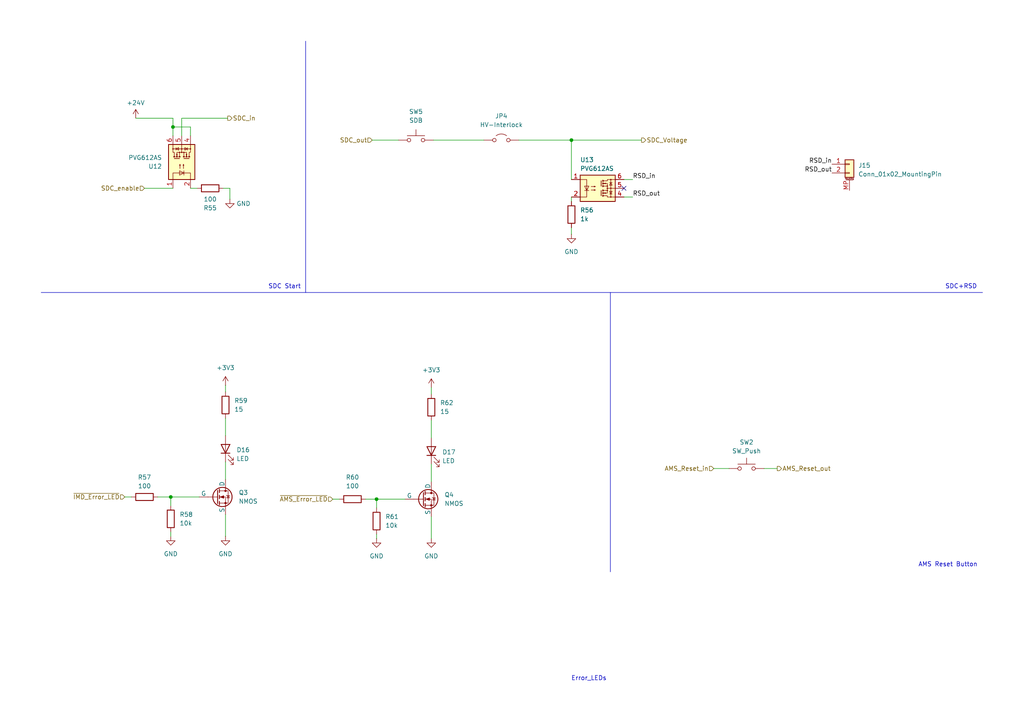
<source format=kicad_sch>
(kicad_sch (version 20231120) (generator "eeschema") (generator_version "8.0")
  (paper "A4")
  (lib_symbols
    (symbol "Connector_Generic_MountingPin:Conn_01x02_MountingPin" (pin_names (offset 1.016) hide)
      (property "Reference" "J" (at 0 2.54 0))
      (property "Value" "Conn_01x02_MountingPin" (at 1.27 -5.08 0))
      (symbol "Conn_01x02_MountingPin_1_1"
        (rectangle (start -1.27 -2.413) (end 0 -2.667) (stroke (width 0.1524)))
        (rectangle (start -1.27 0.127) (end 0 -0.127) (stroke (width 0.1524)))
        (rectangle (start -1.27 1.27) (end 1.27 -3.81) (stroke (width 0.254)) (fill (type background)))
        (polyline (pts (xy -1.016 -4.572) (xy 1.016 -4.572)) (stroke (width 0.1524)))
        (text "Mounting" (at 0 -4.191 0) (effects (font (size 0.381 0.381))))
        (pin passive line (at -5.08 0 0) (length 3.81) (name "Pin_1") (number "1"))
        (pin passive line (at -5.08 -2.54 0) (length 3.81) (name "Pin_2") (number "2"))
        (pin passive line (at 0 -7.62 90) (length 3.048) (name "MountPin") (number "MP"))
      )
    )
    (symbol "Device:LED" (pin_numbers hide) (pin_names (offset 1.016) hide)
      (property "Reference" "D" (at 0 2.54 0))
      (property "Value" "LED" (at 0 -2.54 0))
      (symbol "LED_0_1"
        (polyline (pts (xy -1.27 -1.27) (xy -1.27 1.27)) (stroke (width 0.254)))
        (polyline (pts (xy -1.27 0) (xy 1.27 0)))
        (polyline (pts (xy 1.27 -1.27) (xy 1.27 1.27) (xy -1.27 0) (xy 1.27 -1.27)) (stroke (width 0.254)))
        (polyline (pts (xy -3.048 -0.762) (xy -4.572 -2.286) (xy -3.81 -2.286) (xy -4.572 -2.286) (xy -4.572 -1.524)))
        (polyline (pts (xy -1.778 -0.762) (xy -3.302 -2.286) (xy -2.54 -2.286) (xy -3.302 -2.286) (xy -3.302 -1.524)))
      )
      (symbol "LED_1_1"
        (pin passive line (at -3.81 0 0) (length 2.54) (name "K") (number "1"))
        (pin passive line (at 3.81 0 180) (length 2.54) (name "A") (number "2"))
      )
    )
    (symbol "Device:R" (pin_numbers hide) (pin_names (offset 0))
      (property "Reference" "R" (at 2.032 0 90))
      (property "Value" "R" (at 0 0 90))
      (symbol "R_0_1"
        (rectangle (start -1.016 -2.54) (end 1.016 2.54) (stroke (width 0.254)))
      )
      (symbol "R_1_1"
        (pin passive line (at 0 3.81 270) (length 1.27) (name "~") (number "1"))
        (pin passive line (at 0 -3.81 90) (length 1.27) (name "~") (number "2"))
      )
    )
    (symbol "FaSTTUBe_Power-Switches:PVG612AS"
      (property "Reference" "U" (at -3.81 5.08 0))
      (property "Value" "PVG612AS" (at 0 -5.08 0))
      (symbol "PVG612AS_0_1"
        (rectangle (start -5.08 3.81) (end 5.08 -3.81) (stroke (width 0.254)) (fill (type background)))
        (polyline (pts (xy -3.81 -0.635) (xy -2.54 -0.635)))
        (polyline (pts (xy 1.016 -0.635) (xy 1.016 -2.159)) (stroke (width 0.2032)))
        (polyline (pts (xy 1.016 2.159) (xy 1.016 0.635)) (stroke (width 0.2032)))
        (polyline (pts (xy 1.524 -0.508) (xy 1.524 -0.762)) (stroke (width 0.3556)))
        (polyline (pts (xy 2.794 0) (xy 5.08 0)))
        (polyline (pts (xy 3.429 -1.651) (xy 4.191 -1.651)))
        (polyline (pts (xy 3.429 1.651) (xy 4.191 1.651)))
        (polyline (pts (xy 3.81 -2.54) (xy 3.81 2.54)))
        (polyline (pts (xy 1.524 -2.032) (xy 1.524 -2.286) (xy 1.524 -2.286)) (stroke (width 0.3556)))
        (polyline (pts (xy 1.524 -1.27) (xy 1.524 -1.524) (xy 1.524 -1.524)) (stroke (width 0.3556)))
        (polyline (pts (xy 1.524 0.762) (xy 1.524 0.508) (xy 1.524 0.508)) (stroke (width 0.3556)))
        (polyline (pts (xy 1.524 1.524) (xy 1.524 1.27) (xy 1.524 1.27)) (stroke (width 0.3556)))
        (polyline (pts (xy 1.524 2.286) (xy 1.524 2.032) (xy 1.524 2.032)) (stroke (width 0.3556)))
        (polyline (pts (xy 1.651 -1.397) (xy 2.794 -1.397) (xy 2.794 -0.635)))
        (polyline (pts (xy 1.651 1.397) (xy 2.794 1.397) (xy 2.794 0.635)))
        (polyline (pts (xy -5.08 2.54) (xy -3.175 2.54) (xy -3.175 -2.54) (xy -5.08 -2.54)))
        (polyline (pts (xy -3.175 -0.635) (xy -3.81 0.635) (xy -2.54 0.635) (xy -3.175 -0.635)))
        (polyline (pts (xy 1.651 -2.159) (xy 2.794 -2.159) (xy 2.794 -2.54) (xy 5.08 -2.54)))
        (polyline (pts (xy 1.651 -0.635) (xy 2.794 -0.635) (xy 2.794 0.635) (xy 1.651 0.635)))
        (polyline (pts (xy 1.651 2.159) (xy 2.794 2.159) (xy 2.794 2.54) (xy 5.08 2.54)))
        (polyline (pts (xy 1.778 -1.397) (xy 2.286 -1.27) (xy 2.286 -1.524) (xy 1.778 -1.397)))
        (polyline (pts (xy 1.778 1.397) (xy 2.286 1.524) (xy 2.286 1.27) (xy 1.778 1.397)))
        (polyline (pts (xy 3.81 -1.651) (xy 3.429 -0.889) (xy 4.191 -0.889) (xy 3.81 -1.651)))
        (polyline (pts (xy 3.81 1.651) (xy 3.429 0.889) (xy 4.191 0.889) (xy 3.81 1.651)))
        (polyline (pts (xy -1.905 -0.508) (xy -0.635 -0.508) (xy -1.016 -0.635) (xy -1.016 -0.381) (xy -0.635 -0.508)))
        (polyline (pts (xy -1.905 0.508) (xy -0.635 0.508) (xy -1.016 0.381) (xy -1.016 0.635) (xy -0.635 0.508)))
        (circle (center 2.794 -0.635) (radius 0.127))
        (circle (center 2.794 0) (radius 0.127))
        (circle (center 2.794 0.635) (radius 0.127))
        (circle (center 3.81 -2.54) (radius 0.127))
        (circle (center 3.81 0) (radius 0.127))
        (circle (center 3.81 2.54) (radius 0.127))
      )
      (symbol "PVG612AS_1_1"
        (pin passive line (at -7.62 2.54 0) (length 2.54) (name "~") (number "1"))
        (pin passive line (at -7.62 -2.54 0) (length 2.54) (name "~") (number "2"))
        (pin no_connect line (at -5.08 0 0) (length 2.54) hide (name "~") (number "3"))
        (pin passive line (at 7.62 -2.54 180) (length 2.54) (name "~") (number "4"))
        (pin passive line (at 7.62 0 180) (length 2.54) (name "~") (number "5"))
        (pin passive line (at 7.62 2.54 180) (length 2.54) (name "~") (number "6"))
      )
    )
    (symbol "Jumper:Jumper_2_Open" (pin_numbers hide) (pin_names (offset 0) hide) (exclude_from_sim yes)
      (property "Reference" "JP" (at 0 2.794 0))
      (property "Value" "Jumper_2_Open" (at 0 -2.286 0))
      (symbol "Jumper_2_Open_0_0"
        (circle (center -2.032 0) (radius 0.508))
        (circle (center 2.032 0) (radius 0.508))
      )
      (symbol "Jumper_2_Open_0_1"
        (arc (start 1.524 1.27) (mid 0 1.778) (end -1.524 1.27))
      )
      (symbol "Jumper_2_Open_1_1"
        (pin passive line (at -5.08 0 0) (length 2.54) (name "A") (number "1"))
        (pin passive line (at 5.08 0 180) (length 2.54) (name "B") (number "2"))
      )
    )
    (symbol "Simulation_SPICE:NMOS" (pin_numbers hide) (pin_names (offset 0))
      (property "Reference" "Q" (at 5.08 1.27 0))
      (property "Value" "NMOS" (at 5.08 -1.27 0))
      (symbol "NMOS_0_1"
        (polyline (pts (xy 0.254 0) (xy -2.54 0)))
        (polyline (pts (xy 0.254 1.905) (xy 0.254 -1.905)) (stroke (width 0.254)))
        (polyline (pts (xy 0.762 -1.27) (xy 0.762 -2.286)) (stroke (width 0.254)))
        (polyline (pts (xy 0.762 0.508) (xy 0.762 -0.508)) (stroke (width 0.254)))
        (polyline (pts (xy 0.762 2.286) (xy 0.762 1.27)) (stroke (width 0.254)))
        (polyline (pts (xy 2.54 2.54) (xy 2.54 1.778)))
        (polyline (pts (xy 2.54 -2.54) (xy 2.54 0) (xy 0.762 0)))
        (polyline (pts (xy 0.762 -1.778) (xy 3.302 -1.778) (xy 3.302 1.778) (xy 0.762 1.778)))
        (polyline (pts (xy 1.016 0) (xy 2.032 0.381) (xy 2.032 -0.381) (xy 1.016 0)) (fill (type outline)))
        (polyline (pts (xy 2.794 0.508) (xy 2.921 0.381) (xy 3.683 0.381) (xy 3.81 0.254)))
        (polyline (pts (xy 3.302 0.381) (xy 2.921 -0.254) (xy 3.683 -0.254) (xy 3.302 0.381)))
        (circle (center 1.651 0) (radius 2.794) (stroke (width 0.254)))
        (circle (center 2.54 -1.778) (radius 0.254) (fill (type outline)))
        (circle (center 2.54 1.778) (radius 0.254) (fill (type outline)))
      )
      (symbol "NMOS_1_1"
        (pin passive line (at 2.54 5.08 270) (length 2.54) (name "D") (number "1"))
        (pin input line (at -5.08 0 0) (length 2.54) (name "G") (number "2"))
        (pin passive line (at 2.54 -5.08 90) (length 2.54) (name "S") (number "3"))
      )
    )
    (symbol "Switch:SW_Push" (pin_numbers hide) (pin_names (offset 1.016) hide)
      (property "Reference" "SW" (at 1.27 2.54 0))
      (property "Value" "SW_Push" (at 0 -1.524 0))
      (symbol "SW_Push_0_1"
        (circle (center -2.032 0) (radius 0.508))
        (polyline (pts (xy 0 1.27) (xy 0 3.048)))
        (polyline (pts (xy 2.54 1.27) (xy -2.54 1.27)))
        (circle (center 2.032 0) (radius 0.508))
        (pin passive line (at -5.08 0 0) (length 2.54) (name "1") (number "1"))
        (pin passive line (at 5.08 0 180) (length 2.54) (name "2") (number "2"))
      )
    )
    (symbol "power:+24V" (power) (pin_numbers hide) (pin_names (offset 0) hide)
      (property "Value" "+24V" (at 0 3.556 0))
      (symbol "+24V_0_1"
        (polyline (pts (xy -0.762 1.27) (xy 0 2.54)))
        (polyline (pts (xy 0 0) (xy 0 2.54)))
        (polyline (pts (xy 0 2.54) (xy 0.762 1.27)))
      )
      (symbol "+24V_1_1"
        (pin power_in line (at 0 0 90) (length 0) (name "~") (number "1"))
      )
    )
    (symbol "power:+3V3" (power) (pin_numbers hide) (pin_names (offset 0) hide)
      (property "Value" "+3V3" (at 0 3.556 0))
      (symbol "+3V3_0_1"
        (polyline (pts (xy -0.762 1.27) (xy 0 2.54)))
        (polyline (pts (xy 0 0) (xy 0 2.54)))
        (polyline (pts (xy 0 2.54) (xy 0.762 1.27)))
      )
      (symbol "+3V3_1_1"
        (pin power_in line (at 0 0 90) (length 0) (name "~") (number "1"))
      )
    )
    (symbol "power:GND" (power) (pin_numbers hide) (pin_names (offset 0) hide)
      (property "Value" "GND" (at 0 -3.81 0))
      (symbol "GND_0_1"
        (polyline (pts (xy 0 0) (xy 0 -1.27) (xy 1.27 -1.27) (xy 0 -2.54) (xy -1.27 -1.27) (xy 0 -1.27)))
      )
      (symbol "GND_1_1"
        (pin power_in line (at 0 0 270) (length 0) (name "~") (number "1"))
      )
    )
  )
  (junction (at 50.165 36.83))
  (junction (at 165.735 40.64))
  (junction (at 109.22 144.78))
  (junction (at 49.53 144.145))
  (no_connect (at 180.975 54.61))
  (wire (pts (xy 221.615 135.89) (xy 225.425 135.89)))
  (wire (pts (xy 36.195 144.145) (xy 38.1 144.145)))
  (wire (pts (xy 96.52 144.78) (xy 98.425 144.78)))
  (wire (pts (xy 207.01 135.89) (xy 211.455 135.89)))
  (wire (pts (xy 65.405 149.225) (xy 65.405 155.575)))
  (wire (pts (xy 39.37 34.29) (xy 50.165 34.29)))
  (wire (pts (xy 55.245 39.37) (xy 55.245 36.83)))
  (wire (pts (xy 109.22 144.78) (xy 109.22 147.32)))
  (wire (pts (xy 64.77 54.61) (xy 66.675 54.61)))
  (wire (pts (xy 183.515 52.07) (xy 180.975 52.07)))
  (wire (pts (xy 107.95 40.64) (xy 115.57 40.64)))
  (wire (pts (xy 125.095 149.86) (xy 125.095 156.21)))
  (polyline (pts (xy 88.646 11.938) (xy 88.646 84.836)))
  (wire (pts (xy 180.975 57.15) (xy 183.515 57.15)))
  (wire (pts (xy 50.165 39.37) (xy 50.165 36.83)))
  (polyline (pts (xy 11.938 84.836) (xy 284.988 84.836)))
  (wire (pts (xy 125.095 134.62) (xy 125.095 139.7)))
  (wire (pts (xy 106.045 144.78) (xy 109.22 144.78)))
  (wire (pts (xy 165.735 40.64) (xy 186.055 40.64)))
  (wire (pts (xy 165.735 66.04) (xy 165.735 67.945)))
  (wire (pts (xy 165.735 57.15) (xy 165.735 58.42)))
  (wire (pts (xy 165.735 40.64) (xy 165.735 52.07)))
  (wire (pts (xy 125.095 112.395) (xy 125.095 114.3)))
  (wire (pts (xy 49.53 144.145) (xy 57.785 144.145)))
  (wire (pts (xy 45.72 144.145) (xy 49.53 144.145)))
  (wire (pts (xy 41.91 54.61) (xy 50.165 54.61)))
  (wire (pts (xy 65.405 111.76) (xy 65.405 113.665)))
  (wire (pts (xy 65.405 121.285) (xy 65.405 126.365)))
  (wire (pts (xy 66.675 54.61) (xy 66.675 57.785)))
  (wire (pts (xy 50.165 36.83) (xy 55.245 36.83)))
  (polyline (pts (xy 177.038 84.836) (xy 177.038 165.862)))
  (wire (pts (xy 52.705 34.29) (xy 66.04 34.29)))
  (wire (pts (xy 49.53 144.145) (xy 49.53 146.685)))
  (wire (pts (xy 52.705 39.37) (xy 52.705 34.29)))
  (wire (pts (xy 150.495 40.64) (xy 165.735 40.64)))
  (wire (pts (xy 125.73 40.64) (xy 140.335 40.64)))
  (wire (pts (xy 50.165 36.83) (xy 50.165 34.29)))
  (wire (pts (xy 55.245 54.61) (xy 57.15 54.61)))
  (wire (pts (xy 125.095 121.92) (xy 125.095 127)))
  (wire (pts (xy 109.22 144.78) (xy 117.475 144.78)))
  (wire (pts (xy 109.22 156.21) (xy 109.22 154.94)))
  (wire (pts (xy 49.53 155.575) (xy 49.53 154.305)))
  (wire (pts (xy 65.405 133.985) (xy 65.405 139.065)))
  (text "AMS Reset Button" (at 274.955 163.83 0) (effects (font (size 1.27 1.27))))
  (text "Error_LEDs" (at 170.815 196.85 0) (effects (font (size 1.27 1.27))))
  (text "SDC+RSD" (at 278.765 83.185 0) (effects (font (size 1.27 1.27))))
  (text "SDC Start" (at 82.55 83.185 0) (effects (font (size 1.27 1.27))))
  (label "RSD_out" (at 241.3 50.165 180))
  (label "RSD_in" (at 183.515 52.07 0))
  (label "RSD_out" (at 183.515 57.15 0))
  (label "RSD_in" (at 241.3 47.625 180))
  (hierarchical_label "SDC_out" (shape input) (at 107.95 40.64 180))
  (hierarchical_label "~{AMS_Error_LED}" (shape input) (at 96.52 144.78 180))
  (hierarchical_label "~{IMD_Error_LED}" (shape input) (at 36.195 144.145 180))
  (hierarchical_label "SDC_in" (shape output) (at 66.04 34.29 0))
  (hierarchical_label "AMS_Reset_in" (shape input) (at 207.01 135.89 180))
  (hierarchical_label "SDC_enable" (shape input) (at 41.91 54.61 180))
  (hierarchical_label "SDC_Voltage" (shape output) (at 186.055 40.64 0))
  (hierarchical_label "AMS_Reset_out" (shape output) (at 225.425 135.89 0))
  (symbol (lib_id "Device:R") (at 125.095 118.11 180) (unit 1)
    (property "Reference" "R62" (at 127.635 116.8399 0) (effects (justify right)))
    (property "Value" "15" (at 127.635 119.3799 0) (effects (justify right)))
    (property "Footprint" "Resistor_SMD:R_1206_3216Metric" (effects (hide yes)))
    (property "Datasheet" "CRGCQ1206F15R" (effects (hide yes)))
    (property "Description" "Resistor" (effects (hide yes)))
  )
  (symbol (lib_id "Device:R") (at 41.91 144.145 270) (unit 1)
    (property "Reference" "R57" (at 41.91 138.43 90))
    (property "Value" "100" (at 41.91 140.97 90))
    (property "Footprint" "Resistor_SMD:R_0603_1608Metric" (effects (hide yes)))
    (property "Description" "Resistor" (effects (hide yes)))
  )
  (symbol (lib_id "Device:R") (at 49.53 150.495 180) (unit 1)
    (property "Reference" "R58" (at 52.07 149.2249 0) (effects (justify right)))
    (property "Value" "10k" (at 52.07 151.7649 0) (effects (justify right)))
    (property "Footprint" "Resistor_SMD:R_0603_1608Metric" (effects (hide yes)))
    (property "Description" "Resistor" (effects (hide yes)))
  )
  (symbol (lib_id "power:GND") (at 66.675 57.785 0) (mirror y) (unit 1)
    (property "Reference" "#PWR0118" (effects (hide yes)))
    (property "Value" "GND" (at 68.58 59.0549 0) (effects (justify right)))
    (property "Description" "Power symbol creates a global label with name \"GND\" , ground" (effects (hide yes)))
  )
  (symbol (lib_id "power:GND") (at 109.22 156.21 0) (unit 1)
    (property "Reference" "#PWR0123" (effects (hide yes)))
    (property "Value" "GND" (at 109.22 161.29 0))
    (property "Description" "Power symbol creates a global label with name \"GND\" , ground" (effects (hide yes)))
  )
  (symbol (lib_id "Device:R") (at 65.405 117.475 180) (unit 1)
    (property "Reference" "R59" (at 67.945 116.2049 0) (effects (justify right)))
    (property "Value" "15" (at 67.945 118.7449 0) (effects (justify right)))
    (property "Footprint" "Resistor_SMD:R_1206_3216Metric" (effects (hide yes)))
    (property "Datasheet" "CRGCQ1206F15R" (effects (hide yes)))
    (property "Description" "Resistor" (effects (hide yes)))
  )
  (symbol (lib_id "Device:R") (at 165.735 62.23 180) (unit 1)
    (property "Reference" "R56" (at 168.275 60.9599 0) (effects (justify right)))
    (property "Value" "1k" (at 168.275 63.4999 0) (effects (justify right)))
    (property "Footprint" "Resistor_SMD:R_1206_3216Metric" (effects (hide yes)))
    (property "Datasheet" "CHP1206-FX-1001ELF" (effects (hide yes)))
    (property "Description" "Resistor" (effects (hide yes)))
  )
  (symbol (lib_id "power:+3V3") (at 65.405 111.76 0) (unit 1)
    (property "Reference" "#PWR0121" (effects (hide yes)))
    (property "Value" "+3V3" (at 65.405 106.68 0))
    (property "Description" "Power symbol creates a global label with name \"+3V3\"" (effects (hide yes)))
  )
  (symbol (lib_id "Simulation_SPICE:NMOS") (at 62.865 144.145 0) (unit 1)
    (property "Reference" "Q3" (at 69.215 142.8749 0) (effects (justify left)))
    (property "Value" "NMOS" (at 69.215 145.4149 0) (effects (justify left)))
    (property "Datasheet" "https://ngspice.sourceforge.io/docs/ngspice-html-manual/manual.xhtml#cha_MOSFETs" (effects (hide yes)))
    (property "Description" "N-MOSFET transistor, drain/source/gate" (effects (hide yes)))
    (property "Sim.Device" "NMOS" (effects (hide yes)))
    (property "Sim.Type" "VDMOS" (effects (hide yes)))
    (property "Sim.Pins" "1=D 2=G 3=S" (effects (hide yes)))
  )
  (symbol (lib_id "Device:R") (at 102.235 144.78 270) (unit 1)
    (property "Reference" "R60" (at 102.235 138.43 90))
    (property "Value" "100" (at 102.235 140.97 90))
    (property "Footprint" "Resistor_SMD:R_0603_1608Metric" (effects (hide yes)))
    (property "Description" "Resistor" (effects (hide yes)))
  )
  (symbol (lib_id "Jumper:Jumper_2_Open") (at 145.415 40.64 0) (unit 1) (exclude_from_sim yes)
    (property "Reference" "JP4" (at 145.415 33.655 0))
    (property "Value" "HV-Interlock" (at 145.415 36.195 0))
    (property "Footprint" "FaSTTUBe_connectors:Micro_Mate-N-Lok_2p_vertical" (effects (hide yes)))
    (property "Description" "Jumper, 2-pole, open" (effects (hide yes)))
  )
  (symbol (lib_id "power:GND") (at 49.53 155.575 0) (unit 1)
    (property "Reference" "#PWR0120" (effects (hide yes)))
    (property "Value" "GND" (at 49.53 160.655 0))
    (property "Description" "Power symbol creates a global label with name \"GND\" , ground" (effects (hide yes)))
  )
  (symbol (lib_id "Device:R") (at 60.96 54.61 90) (mirror x) (unit 1)
    (property "Reference" "R55" (at 60.96 60.325 90))
    (property "Value" "100" (at 60.96 57.785 90))
    (property "Footprint" "Resistor_SMD:R_0603_1608Metric" (effects (hide yes)))
    (property "Description" "Resistor" (effects (hide yes)))
  )
  (symbol (lib_id "Device:LED") (at 65.405 130.175 90) (unit 1)
    (property "Reference" "D16" (at 68.58 130.4924 90) (effects (justify right)))
    (property "Value" "LED" (at 68.58 133.0324 90) (effects (justify right)))
    (property "Footprint" "FaSTTUBe_connectors:Micro_Mate-N-Lok_2p_vertical" (effects (hide yes)))
    (property "Description" "Light emitting diode" (effects (hide yes)))
  )
  (symbol (lib_id "Device:R") (at 109.22 151.13 180) (unit 1)
    (property "Reference" "R61" (at 111.76 149.8599 0) (effects (justify right)))
    (property "Value" "10k" (at 111.76 152.3999 0) (effects (justify right)))
    (property "Footprint" "Resistor_SMD:R_0603_1608Metric" (effects (hide yes)))
    (property "Description" "Resistor" (effects (hide yes)))
  )
  (symbol (lib_id "Device:LED") (at 125.095 130.81 90) (unit 1)
    (property "Reference" "D17" (at 128.27 131.1274 90) (effects (justify right)))
    (property "Value" "LED" (at 128.27 133.6674 90) (effects (justify right)))
    (property "Footprint" "FaSTTUBe_connectors:Micro_Mate-N-Lok_2p_vertical" (effects (hide yes)))
    (property "Description" "Light emitting diode" (effects (hide yes)))
  )
  (symbol (lib_id "power:GND") (at 65.405 155.575 0) (unit 1)
    (property "Reference" "#PWR0122" (effects (hide yes)))
    (property "Value" "GND" (at 65.405 160.655 0))
    (property "Description" "Power symbol creates a global label with name \"GND\" , ground" (effects (hide yes)))
  )
  (symbol (lib_id "Switch:SW_Push") (at 120.65 40.64 0) (unit 1)
    (property "Reference" "SW5" (at 120.65 32.385 0))
    (property "Value" "SDB" (at 120.65 34.925 0))
    (property "Footprint" "FaSTTUBe_connectors:Micro_Mate-N-Lok_2p_vertical" (effects (hide yes)))
    (property "Description" "Push button switch, generic, two pins" (effects (hide yes)))
  )
  (symbol (lib_id "power:GND") (at 125.095 156.21 0) (unit 1)
    (property "Reference" "#PWR0125" (effects (hide yes)))
    (property "Value" "GND" (at 125.095 161.29 0))
    (property "Description" "Power symbol creates a global label with name \"GND\" , ground" (effects (hide yes)))
  )
  (symbol (lib_id "Simulation_SPICE:NMOS") (at 122.555 144.78 0) (unit 1)
    (property "Reference" "Q4" (at 128.905 143.5099 0) (effects (justify left)))
    (property "Value" "NMOS" (at 128.905 146.0499 0) (effects (justify left)))
    (property "Datasheet" "https://ngspice.sourceforge.io/docs/ngspice-html-manual/manual.xhtml#cha_MOSFETs" (effects (hide yes)))
    (property "Description" "N-MOSFET transistor, drain/source/gate" (effects (hide yes)))
    (property "Sim.Device" "NMOS" (effects (hide yes)))
    (property "Sim.Type" "VDMOS" (effects (hide yes)))
    (property "Sim.Pins" "1=D 2=G 3=S" (effects (hide yes)))
  )
  (symbol (lib_id "power:+24V") (at 39.37 34.29 0) (unit 1)
    (property "Reference" "#PWR0172" (effects (hide yes)))
    (property "Value" "+24V" (at 39.37 29.845 0))
    (property "Description" "Power symbol creates a global label with name \"+24V\"" (effects (hide yes)))
  )
  (symbol (lib_id "power:+3V3") (at 125.095 112.395 0) (unit 1)
    (property "Reference" "#PWR0124" (effects (hide yes)))
    (property "Value" "+3V3" (at 125.095 107.315 0))
    (property "Description" "Power symbol creates a global label with name \"+3V3\"" (effects (hide yes)))
  )
  (symbol (lib_id "FaSTTUBe_Power-Switches:PVG612AS") (at 52.705 46.99 90) (unit 1)
    (property "Reference" "U12" (at 46.99 48.2601 90) (effects (justify left)))
    (property "Value" "PVG612AS" (at 46.99 45.7201 90) (effects (justify left)))
    (property "Footprint" "Package_DIP:SMDIP-6_W9.53mm" (effects (hide yes)))
    (property "Datasheet" "https://www.infineon.com/dgdl/Infineon-PVG612A-DataSheet-v01_00-EN.pdf?fileId=5546d462533600a401535683ca14293a" (effects (hide yes)))
    (property "Description" "Photo MOSFET optically coupled, 60VDC, 4A, 35mohm, Isolation 4000 VRMS, SMDIP-6" (effects (hide yes)))
  )
  (symbol (lib_id "Switch:SW_Push") (at 216.535 135.89 0) (unit 1)
    (property "Reference" "SW2" (at 216.535 128.27 0))
    (property "Value" "SW_Push" (at 216.535 130.81 0))
    (property "Footprint" "FaSTTUBe_connectors:Micro_Mate-N-Lok_2p_vertical" (effects (hide yes)))
    (property "Description" "Push button switch, generic, two pins" (effects (hide yes)))
  )
  (symbol (lib_id "Connector_Generic_MountingPin:Conn_01x02_MountingPin") (at 246.38 47.625 0) (unit 1)
    (property "Reference" "J15" (at 248.92 47.9805 0) (effects (justify left)))
    (property "Value" "Conn_01x02_MountingPin" (at 248.92 50.5205 0) (effects (justify left)))
    (property "Footprint" "FaSTTUBe_connectors:Micro_Mate-N-Lok_2p_vertical" (effects (hide yes)))
    (property "Description" "Generic connectable mounting pin connector, single row, 01x02, script generated (kicad-library-utils/schlib/autogen/connector/)" (effects (hide yes)))
  )
  (symbol (lib_id "power:GND") (at 165.735 67.945 0) (unit 1)
    (property "Reference" "#PWR0119" (effects (hide yes)))
    (property "Value" "GND" (at 165.735 73.025 0))
    (property "Description" "Power symbol creates a global label with name \"GND\" , ground" (effects (hide yes)))
  )
  (symbol (lib_id "FaSTTUBe_Power-Switches:PVG612AS") (at 173.355 54.61 0) (unit 1)
    (property "Reference" "U13" (at 168.275 46.355 0) (effects (justify left)))
    (property "Value" "PVG612AS" (at 168.275 48.895 0) (effects (justify left)))
    (property "Footprint" "Package_DIP:SMDIP-6_W9.53mm" (effects (hide yes)))
    (property "Datasheet" "https://www.infineon.com/dgdl/Infineon-PVG612A-DataSheet-v01_00-EN.pdf?fileId=5546d462533600a401535683ca14293a" (effects (hide yes)))
    (property "Description" "Photo MOSFET optically coupled, 60VDC, 4A, 35mohm, Isolation 4000 VRMS, SMDIP-6" (effects (hide yes)))
  )
)
</source>
